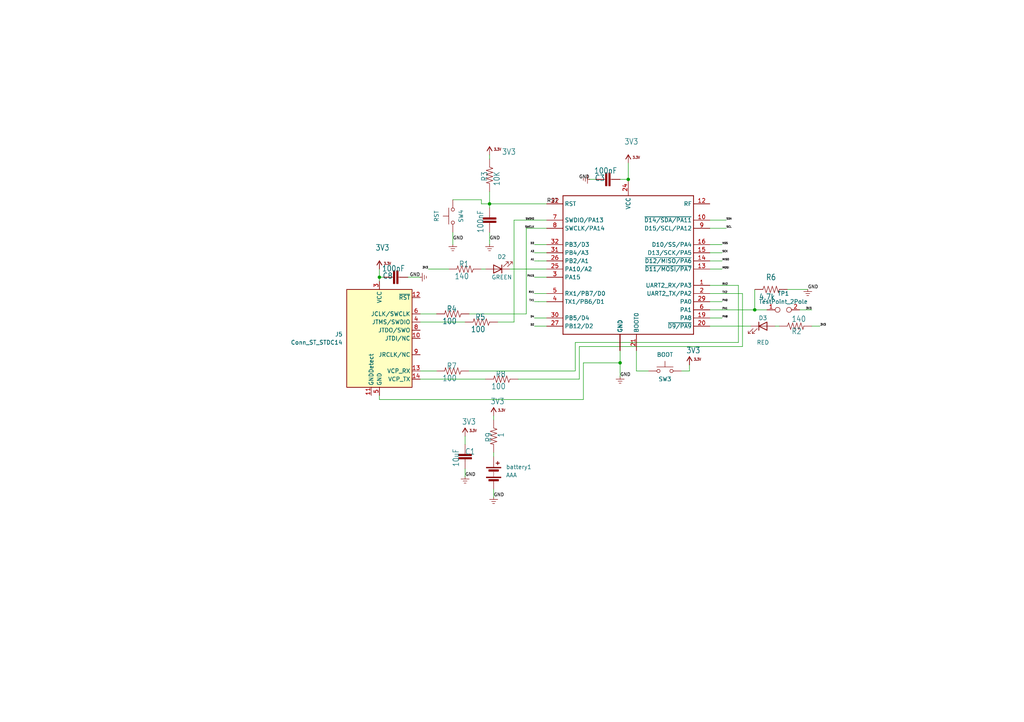
<source format=kicad_sch>
(kicad_sch (version 20230121) (generator eeschema)
  (paper "User" 318.77 224.942)
  (lib_symbols
    (symbol "Connector:Conn_ST_STDC14"
      (property "Reference" "J" (at -8.89 16.51 0))
      (property "Value" "Conn_ST_STDC14" (at 17.78 16.51 0))
      (symbol "Conn_ST_STDC14_0_1"
        (rectangle (start -10.16 15.24) (end 10.16 -15.24) (stroke (width 0.254)) (fill (type background)))
      )
      (symbol "Conn_ST_STDC14_1_1"
        (pin no_connect line (at -10.16 5.08 0) (length 2.54) hide (name "NC") (number "1"))
        (pin output line (at 12.7 0 180) (length 2.54) (name "JTDI/NC") (number "10"))
        (pin passive line (at -2.54 -17.78 90) (length 2.54) (name "GNDDetect") (number "11"))
        (pin open_collector line (at 12.7 12.7 180) (length 2.54) (name "~{RST}") (number "12"))
        (pin output line (at 12.7 -10.16 180) (length 2.54) (name "VCP_RX") (number "13"))
        (pin input line (at 12.7 -12.7 180) (length 2.54) (name "VCP_TX") (number "14"))
        (pin no_connect line (at -10.16 2.54 0) (length 2.54) hide (name "NC") (number "2"))
        (pin power_in line (at 0 17.78 270) (length 2.54) (name "VCC") (number "3"))
        (pin bidirectional line (at 12.7 5.08 180) (length 2.54) (name "JTMS/SWDIO") (number "4"))
        (pin power_in line (at 0 -17.78 90) (length 2.54) (name "GND") (number "5"))
        (pin output line (at 12.7 7.62 180) (length 2.54) (name "JCLK/SWCLK") (number "6"))
        (pin passive line (at 0 -17.78 90) (length 2.54) hide (name "GND") (number "7"))
        (pin input line (at 12.7 2.54 180) (length 2.54) (name "JTDO/SWO") (number "8"))
        (pin input line (at 12.7 -5.08 180) (length 2.54) (name "JRCLK/NC") (number "9"))
      )
    )
    (symbol "Connector:TestPoint_2Pole" (pin_names (offset 0.762) hide)
      (property "Reference" "TP" (at 0 1.524 0))
      (property "Value" "TestPoint_2Pole" (at 0 -1.778 0))
      (symbol "TestPoint_2Pole_0_1"
        (circle (center -1.778 0) (radius 0.762))
        (circle (center 1.778 0) (radius 0.762))
        (pin passive line (at -5.08 0 0) (length 2.54) (name "1") (number "1"))
        (pin passive line (at 5.08 0 180) (length 2.54) (name "2") (number "2"))
      )
    )
    (symbol "Device:Battery" (pin_numbers hide) (pin_names (offset 0) hide)
      (property "Reference" "BT" (at 2.54 2.54 0))
      (property "Value" "Battery" (at 2.54 0 0))
      (symbol "Battery_0_1"
        (rectangle (start -2.286 -1.27) (end 2.286 -1.524) (fill (type outline)))
        (rectangle (start -2.286 1.778) (end 2.286 1.524) (fill (type outline)))
        (rectangle (start -1.524 -2.032) (end 1.524 -2.54) (fill (type outline)))
        (rectangle (start -1.524 1.016) (end 1.524 0.508) (fill (type outline)))
        (polyline (pts (xy 0 -1.016) (xy 0 -0.762)))
        (polyline (pts (xy 0 -0.508) (xy 0 -0.254)))
        (polyline (pts (xy 0 0) (xy 0 0.254)))
        (polyline (pts (xy 0 1.778) (xy 0 2.54)))
        (polyline (pts (xy 0.762 3.048) (xy 1.778 3.048)) (stroke (width 0.254)))
        (polyline (pts (xy 1.27 3.556) (xy 1.27 2.54)) (stroke (width 0.254)))
      )
      (symbol "Battery_1_1"
        (pin passive line (at 0 5.08 270) (length 2.54) (name "+") (number "1"))
        (pin passive line (at 0 -5.08 90) (length 2.54) (name "-") (number "2"))
      )
    )
    (symbol "Device:LED" (pin_numbers hide) (pin_names (offset 1.016) hide)
      (property "Reference" "D" (at 0 2.54 0))
      (property "Value" "LED" (at 0 -2.54 0))
      (symbol "LED_0_1"
        (polyline (pts (xy -1.27 -1.27) (xy -1.27 1.27)) (stroke (width 0.254)))
        (polyline (pts (xy -1.27 0) (xy 1.27 0)))
        (polyline (pts (xy 1.27 -1.27) (xy 1.27 1.27) (xy -1.27 0) (xy 1.27 -1.27)) (stroke (width 0.254)))
        (polyline (pts (xy -3.048 -0.762) (xy -4.572 -2.286) (xy -3.81 -2.286) (xy -4.572 -2.286) (xy -4.572 -1.524)))
        (polyline (pts (xy -1.778 -0.762) (xy -3.302 -2.286) (xy -2.54 -2.286) (xy -3.302 -2.286) (xy -3.302 -1.524)))
      )
      (symbol "LED_1_1"
        (pin passive line (at -3.81 0 0) (length 2.54) (name "K") (number "1"))
        (pin passive line (at 3.81 0 180) (length 2.54) (name "A") (number "2"))
      )
    )
    (symbol "PCB-eagle-import:3V3" (power)
      (property "Value" "3V3" (at -1.016 3.556 0))
      (symbol "3V3_1_0"
        (polyline (pts (xy 0 2.54) (xy -0.762 1.27)) (stroke (width 0.254)))
        (polyline (pts (xy 0.762 1.27) (xy 0 2.54)) (stroke (width 0.254)))
        (text "3.3V" (at 1.27 1.27 0) (effects (font (size 0.8128 0.6908)) (justify left bottom)))
        (pin power_in line (at 0 0 90) (length 2.54) (name "3V3") (number "1"))
      )
    )
    (symbol "PCB-eagle-import:CAP0805-CAP"
      (property "Reference" "C" (at 1.524 2.921 0))
      (symbol "CAP0805-CAP_1_0"
        (rectangle (start -2.032 0.508) (end 2.032 1.016) (fill (type outline)))
        (rectangle (start -2.032 1.524) (end 2.032 2.032) (fill (type outline)))
        (polyline (pts (xy 0 0) (xy 0 0.508)) (stroke (width 0.1524)))
        (polyline (pts (xy 0 2.54) (xy 0 2.032)) (stroke (width 0.1524)))
        (pin passive line (at 0 5.08 270) (length 2.54) (name "1") (number "1"))
        (pin passive line (at 0 -2.54 90) (length 2.54) (name "2") (number "2"))
      )
    )
    (symbol "PCB-eagle-import:GND_POWER" (power)
      (symbol "GND_POWER_1_0"
        (polyline (pts (xy -1.27 -0.635) (xy 0 -0.635)) (stroke (width 0.1524)))
        (polyline (pts (xy -0.635 -1.27) (xy 0.635 -1.27)) (stroke (width 0.1524)))
        (polyline (pts (xy -0.3175 -1.905) (xy 0.3175 -1.905)) (stroke (width 0.1524)))
        (polyline (pts (xy 0 -0.635) (xy 1.27 -0.635)) (stroke (width 0.1524)))
        (polyline (pts (xy 0 0) (xy 0 -0.635)) (stroke (width 0.1524)))
        (pin power_in line (at 0 0 270) (length 0) (name "GND") (number "1"))
      )
    )
    (symbol "PCB-eagle-import:RAK3172HF"
      (symbol "RAK3172HF_1_0"
        (polyline (pts (xy 0 -2.54) (xy 0 40.64)) (stroke (width 0.254)))
        (polyline (pts (xy 0 40.64) (xy 40.64 40.64)) (stroke (width 0.254)))
        (polyline (pts (xy 40.64 -2.54) (xy 0 -2.54)) (stroke (width 0.254)))
        (polyline (pts (xy 40.64 40.64) (xy 40.64 -2.54)) (stroke (width 0.254)))
        (pin bidirectional line (at 45.72 12.7 180) (length 5.08) (name "UART2_RX/PA3") (number "1"))
        (pin bidirectional line (at 45.72 33.02 180) (length 5.08) (name "~{D14/SDA/PA11}") (number "10"))
        (pin power_in line (at 17.78 -7.62 90) (length 5.08) (name "GND") (number "11"))
        (pin output line (at 45.72 38.1 180) (length 5.08) (name "RF") (number "12"))
        (pin bidirectional line (at 45.72 17.78 180) (length 5.08) (name "~{D11/MOSI/PA7}") (number "13"))
        (pin bidirectional line (at 45.72 20.32 180) (length 5.08) (name "~{D12/MISO/PA6}") (number "14"))
        (pin bidirectional line (at 45.72 22.86 180) (length 5.08) (name "D13/SCK/PA5") (number "15"))
        (pin bidirectional line (at 45.72 25.4 180) (length 5.08) (name "D10/SS/PA4") (number "16"))
        (pin power_in line (at 17.78 -7.62 90) (length 5.08) (name "GND") (number "17"))
        (pin power_in line (at 17.78 -7.62 90) (length 5.08) (name "GND") (number "18"))
        (pin bidirectional line (at 45.72 2.54 180) (length 5.08) (name "PA8") (number "19"))
        (pin bidirectional line (at 45.72 10.16 180) (length 5.08) (name "UART2_TX/PA2") (number "2"))
        (pin bidirectional line (at 45.72 0 180) (length 5.08) (name "~{D9/PA9}") (number "20"))
        (pin input line (at 22.86 -7.62 90) (length 5.08) (name "BOOT0") (number "21"))
        (pin input line (at -5.08 38.1 0) (length 5.08) (name "RST") (number "22"))
        (pin power_in line (at 17.78 -7.62 90) (length 5.08) (name "GND") (number "23"))
        (pin power_in line (at 20.32 45.72 270) (length 5.08) (name "VCC") (number "24"))
        (pin bidirectional line (at -5.08 17.78 0) (length 5.08) (name "PA10/A2~{}") (number "25"))
        (pin bidirectional line (at -5.08 20.32 0) (length 5.08) (name "PB2/A1") (number "26"))
        (pin bidirectional line (at -5.08 0 0) (length 5.08) (name "PB12/D2") (number "27"))
        (pin power_in line (at 17.78 -7.62 90) (length 5.08) (name "GND") (number "28"))
        (pin bidirectional line (at 45.72 7.62 180) (length 5.08) (name "PA0") (number "29"))
        (pin bidirectional line (at -5.08 15.24 0) (length 5.08) (name "PA15") (number "3"))
        (pin bidirectional line (at -5.08 2.54 0) (length 5.08) (name "PB5/D4") (number "30"))
        (pin bidirectional line (at -5.08 22.86 0) (length 5.08) (name "PB4/A3") (number "31"))
        (pin bidirectional line (at -5.08 25.4 0) (length 5.08) (name "PB3/D3") (number "32"))
        (pin bidirectional line (at -5.08 7.62 0) (length 5.08) (name "TX1/PB6/D1~{}") (number "4"))
        (pin bidirectional line (at -5.08 10.16 0) (length 5.08) (name "RX1/PB7/D0~{}") (number "5"))
        (pin bidirectional line (at 45.72 5.08 180) (length 5.08) (name "PA1") (number "6"))
        (pin bidirectional line (at -5.08 33.02 0) (length 5.08) (name "SWDIO/PA13") (number "7"))
        (pin bidirectional line (at -5.08 30.48 0) (length 5.08) (name "SWCLK/PA14") (number "8"))
        (pin bidirectional line (at 45.72 30.48 180) (length 5.08) (name "D15/SCL/PA12") (number "9"))
      )
    )
    (symbol "PCB-eagle-import:RESISTOR'1206-RES''"
      (property "Reference" "R" (at -3.81 1.4986 0))
      (symbol "RESISTOR'1206-RES''_1_0"
        (polyline (pts (xy -2.54 0) (xy -2.159 1.016)) (stroke (width 0.1524)))
        (polyline (pts (xy -2.159 1.016) (xy -1.524 -1.016)) (stroke (width 0.1524)))
        (polyline (pts (xy -1.524 -1.016) (xy -0.889 1.016)) (stroke (width 0.1524)))
        (polyline (pts (xy -0.889 1.016) (xy -0.254 -1.016)) (stroke (width 0.1524)))
        (polyline (pts (xy -0.254 -1.016) (xy 0.381 1.016)) (stroke (width 0.1524)))
        (polyline (pts (xy 0.381 1.016) (xy 1.016 -1.016)) (stroke (width 0.1524)))
        (polyline (pts (xy 1.016 -1.016) (xy 1.651 1.016)) (stroke (width 0.1524)))
        (polyline (pts (xy 1.651 1.016) (xy 2.286 -1.016)) (stroke (width 0.1524)))
        (polyline (pts (xy 2.286 -1.016) (xy 2.54 0)) (stroke (width 0.1524)))
        (pin passive line (at -5.08 0 0) (length 2.54) (name "1") (number "1"))
        (pin passive line (at 5.08 0 180) (length 2.54) (name "2") (number "2"))
      )
    )
    (symbol "PCB-eagle-import:RESISTOR0805-RES"
      (property "Reference" "R" (at -3.81 1.4986 0))
      (symbol "RESISTOR0805-RES_1_0"
        (polyline (pts (xy -2.54 0) (xy -2.159 1.016)) (stroke (width 0.1524)))
        (polyline (pts (xy -2.159 1.016) (xy -1.524 -1.016)) (stroke (width 0.1524)))
        (polyline (pts (xy -1.524 -1.016) (xy -0.889 1.016)) (stroke (width 0.1524)))
        (polyline (pts (xy -0.889 1.016) (xy -0.254 -1.016)) (stroke (width 0.1524)))
        (polyline (pts (xy -0.254 -1.016) (xy 0.381 1.016)) (stroke (width 0.1524)))
        (polyline (pts (xy 0.381 1.016) (xy 1.016 -1.016)) (stroke (width 0.1524)))
        (polyline (pts (xy 1.016 -1.016) (xy 1.651 1.016)) (stroke (width 0.1524)))
        (polyline (pts (xy 1.651 1.016) (xy 2.286 -1.016)) (stroke (width 0.1524)))
        (polyline (pts (xy 2.286 -1.016) (xy 2.54 0)) (stroke (width 0.1524)))
        (pin passive line (at -5.08 0 0) (length 2.54) (name "1") (number "1"))
        (pin passive line (at 5.08 0 180) (length 2.54) (name "2") (number "2"))
      )
    )
    (symbol "Switch:SW_Push" (pin_numbers hide) (pin_names (offset 1.016) hide)
      (property "Reference" "SW" (at 1.27 2.54 0))
      (property "Value" "SW_Push" (at 0 -1.524 0))
      (symbol "SW_Push_0_1"
        (circle (center -2.032 0) (radius 0.508))
        (polyline (pts (xy 0 1.27) (xy 0 3.048)))
        (polyline (pts (xy 2.54 1.27) (xy -2.54 1.27)))
        (circle (center 2.032 0) (radius 0.508))
        (pin passive line (at -5.08 0 0) (length 2.54) (name "1") (number "1"))
        (pin passive line (at 5.08 0 180) (length 2.54) (name "2") (number "2"))
      )
    )
  )
  (junction (at 118.11 86.36))
  (junction (at 152.4 63.5))
  (junction (at 195.58 55.88))
  (junction (at 193.04 113.03))
  (junction (at 234.95 96.52))
  (wire (pts (xy 130.81 97.79) (xy 135.89 97.79)))
  (wire (pts (xy 166.37 86.36) (xy 170.18 86.36)) (stroke (width 0.1524)))
  (wire (pts (xy 224.79 93.98) (xy 220.98 93.98)) (stroke (width 0.1524)))
  (wire (pts (xy 149.86 83.82) (xy 151.13 83.82)))
  (wire (pts (xy 163.83 71.12) (xy 170.18 71.12)))
  (wire (pts (xy 166.37 99.06) (xy 170.18 99.06)))
  (wire (pts (xy 166.37 76.2) (xy 170.18 76.2)))
  (wire (pts (xy 166.37 93.98) (xy 167.64 93.98)))
  (wire (pts (xy 224.79 78.74) (xy 220.98 78.74)) (stroke (width 0.1524)))
  (wire (pts (xy 153.67 140.97) (xy 153.67 142.24)))
  (wire (pts (xy 160.02 68.58) (xy 170.18 68.58)))
  (wire (pts (xy 167.64 93.98) (xy 170.18 93.98)) (stroke (width 0.1524)))
  (wire (pts (xy 149.86 63.5) (xy 152.4 63.5)))
  (wire (pts (xy 153.67 152.4) (xy 153.67 153.67)))
  (wire (pts (xy 181.61 124.46) (xy 181.61 113.03)))
  (wire (pts (xy 252.73 101.6) (xy 255.27 101.6)) (stroke (width 0.1524)))
  (wire (pts (xy 224.79 96.52) (xy 220.98 96.52)) (stroke (width 0.1524)))
  (wire (pts (xy 234.95 96.52) (xy 234.95 90.17)))
  (wire (pts (xy 166.37 81.28) (xy 167.64 81.28)))
  (wire (pts (xy 229.87 106.68) (xy 229.87 88.9)))
  (wire (pts (xy 130.81 118.11) (xy 151.13 118.11)))
  (wire (pts (xy 163.83 97.79) (xy 163.83 71.12)))
  (wire (pts (xy 127 86.36) (xy 130.81 86.36)))
  (wire (pts (xy 144.78 148.59) (xy 144.78 146.05)) (stroke (width 0.1524)))
  (wire (pts (xy 214.63 115.57) (xy 214.63 113.665)) (stroke (width 0.1524)))
  (wire (pts (xy 146.05 115.57) (xy 179.07 115.57)))
  (wire (pts (xy 224.79 99.06) (xy 220.98 99.06)) (stroke (width 0.1524)))
  (wire (pts (xy 248.92 96.52) (xy 252.73 96.52)))
  (wire (pts (xy 179.07 106.68) (xy 229.87 106.68)))
  (wire (pts (xy 180.34 107.95) (xy 231.14 107.95)))
  (wire (pts (xy 118.11 124.46) (xy 118.11 123.19)))
  (wire (pts (xy 166.37 101.6) (xy 170.18 101.6)))
  (wire (pts (xy 133.35 83.82) (xy 139.7 83.82)) (stroke (width 0.1524)))
  (wire (pts (xy 153.67 153.67) (xy 153.67 154.94)) (stroke (width 0.1524)))
  (wire (pts (xy 212.09 115.57) (xy 214.63 115.57)) (stroke (width 0.1524)))
  (wire (pts (xy 245.11 90.17) (xy 251.46 90.17)))
  (wire (pts (xy 179.07 115.57) (xy 179.07 106.68)))
  (wire (pts (xy 170.18 81.28) (xy 167.64 81.28)) (stroke (width 0.1524)))
  (wire (pts (xy 160.02 100.33) (xy 160.02 68.58)))
  (wire (pts (xy 220.98 101.6) (xy 233.68 101.6)))
  (wire (pts (xy 154.94 100.33) (xy 160.02 100.33)))
  (wire (pts (xy 118.11 86.36) (xy 119.38 86.36)))
  (wire (pts (xy 158.75 83.82) (xy 170.18 83.82)))
  (wire (pts (xy 118.11 87.63) (xy 118.11 86.36)))
  (wire (pts (xy 220.98 68.58) (xy 226.06 68.58)) (stroke (width 0.1524)))
  (wire (pts (xy 193.04 55.88) (xy 195.58 55.88)) (stroke (width 0.1524)))
  (wire (pts (xy 198.12 109.22) (xy 198.12 115.57)) (stroke (width 0.1524)))
  (wire (pts (xy 241.3 101.6) (xy 242.57 101.6)))
  (wire (pts (xy 166.37 78.74) (xy 170.18 78.74)))
  (wire (pts (xy 198.12 115.57) (xy 201.93 115.57)) (stroke (width 0.1524)))
  (wire (pts (xy 140.97 72.39) (xy 140.97 76.2)) (stroke (width 0.1524)))
  (wire (pts (xy 220.98 71.12) (xy 226.06 71.12)) (stroke (width 0.1524)))
  (wire (pts (xy 195.58 50.8) (xy 195.58 55.88)) (stroke (width 0.1524)))
  (wire (pts (xy 161.29 118.11) (xy 180.34 118.11)))
  (wire (pts (xy 166.37 91.44) (xy 170.18 91.44)) (stroke (width 0.1524)))
  (wire (pts (xy 152.4 74.93) (xy 152.4 76.2)))
  (wire (pts (xy 130.81 100.33) (xy 144.78 100.33)))
  (wire (pts (xy 152.4 48.26) (xy 152.4 49.53)))
  (wire (pts (xy 140.97 62.23) (xy 149.86 62.23)))
  (wire (pts (xy 149.86 62.23) (xy 149.86 63.5)))
  (wire (pts (xy 234.95 96.52) (xy 238.76 96.52)))
  (wire (pts (xy 224.79 83.82) (xy 220.98 83.82)) (stroke (width 0.1524)))
  (wire (pts (xy 130.81 115.57) (xy 135.89 115.57)))
  (wire (pts (xy 181.61 113.03) (xy 193.04 113.03)))
  (wire (pts (xy 152.4 59.69) (xy 152.4 63.5)))
  (wire (pts (xy 224.79 81.28) (xy 220.98 81.28)) (stroke (width 0.1524)))
  (wire (pts (xy 183.515 55.88) (xy 185.42 55.88)) (stroke (width 0.1524)))
  (wire (pts (xy 153.67 129.54) (xy 153.67 130.81)))
  (wire (pts (xy 118.11 83.82) (xy 118.11 86.36)))
  (wire (pts (xy 193.04 109.22) (xy 193.04 113.03)) (stroke (width 0.1524)))
  (wire (pts (xy 152.4 74.93) (xy 152.4 72.39)) (stroke (width 0.1524)))
  (wire (pts (xy 152.4 63.5) (xy 170.18 63.5)))
  (wire (pts (xy 224.79 76.2) (xy 220.98 76.2)) (stroke (width 0.1524)))
  (wire (pts (xy 144.78 138.43) (xy 144.78 135.89)) (stroke (width 0.1524)))
  (wire (pts (xy 118.11 124.46) (xy 181.61 124.46)))
  (wire (pts (xy 224.79 96.52) (xy 234.95 96.52)))
  (wire (pts (xy 231.14 107.95) (xy 231.14 91.44)))
  (wire (pts (xy 229.87 88.9) (xy 224.79 88.9)))
  (wire (pts (xy 220.98 88.9) (xy 224.79 88.9)) (stroke (width 0.1524)))
  (wire (pts (xy 146.05 97.79) (xy 163.83 97.79)))
  (wire (pts (xy 220.98 91.44) (xy 224.79 91.44)) (stroke (width 0.1524)))
  (wire (pts (xy 180.34 118.11) (xy 180.34 107.95)))
  (wire (pts (xy 152.4 63.5) (xy 152.4 64.77)) (stroke (width 0.1524)))
  (wire (pts (xy 224.79 91.44) (xy 231.14 91.44)))
  (wire (pts (xy 193.04 117.475) (xy 193.04 113.03)) (stroke (width 0.1524)))
  (label "SWCLK" (at 166.37 71.12 180) (effects (font (size 0.569 0.569))))
  (label "GND" (at 140.97 74.93 0) (effects (font (size 1.016 1.016))))
  (label "SCL" (at 226.06 71.12 0) (effects (font (size 0.569 0.569))))
  (label "SDA" (at 226.06 68.58 0) (effects (font (size 0.569 0.569))))
  (label "PA1" (at 224.79 96.52 0) (effects (font (size 0.569 0.569))))
  (label "3V3" (at 255.27 101.6 0) (effects (font (size 0.6223 0.6223))))
  (label "D2" (at 166.37 101.6 180) (effects (font (size 0.569 0.569))))
  (label "GND" (at 193.04 117.475 0) (effects (font (size 1.016 1.016))))
  (label "3V3" (at 133.35 83.82 180) (effects (font (size 0.6223 0.6223))))
  (label "RST" (at 170.18 63.5 0) (effects (font (size 1.2446 1.2446))))
  (label "D4" (at 166.37 99.06 180) (effects (font (size 0.569 0.569))))
  (label "SWDIO" (at 166.37 68.58 180) (effects (font (size 0.569 0.569))))
  (label "PA0" (at 224.79 93.98 0) (effects (font (size 0.569 0.569))))
  (label "RX2" (at 224.79 88.9 0) (effects (font (size 0.569 0.569))))
  (label "GND" (at 152.4 74.93 0) (effects (font (size 1.016 1.016))))
  (label "3V3" (at 252.73 96.52 180) (effects (font (size 0.6223 0.6223))))
  (label "NSS" (at 224.79 76.2 0) (effects (font (size 0.569 0.569))))
  (label "GND" (at 144.78 148.59 0) (effects (font (size 1.016 1.016))))
  (label "PA8" (at 224.79 99.06 0) (effects (font (size 0.569 0.569))))
  (label "GND" (at 153.67 154.94 0) (effects (font (size 1.016 1.016))))
  (label "A1" (at 166.37 81.28 180) (effects (font (size 0.569 0.569))))
  (label "MOSI" (at 224.79 83.82 0) (effects (font (size 0.569 0.569))))
  (label "PA15" (at 166.37 86.36 180) (effects (font (size 0.569 0.569))))
  (label "GND" (at 251.46 90.17 0) (effects (font (size 1.016 1.016))))
  (label "A3" (at 166.37 78.74 180) (effects (font (size 0.569 0.569))))
  (label "TX1" (at 166.37 93.98 180) (effects (font (size 0.569 0.569))))
  (label "D3" (at 166.37 76.2 180) (effects (font (size 0.569 0.569))))
  (label "RX1" (at 166.37 91.44 180) (effects (font (size 0.569 0.569))))
  (label "TX2" (at 224.79 91.44 0) (effects (font (size 0.569 0.569))))
  (label "GND" (at 183.515 55.88 180) (effects (font (size 1.016 1.016))))
  (label "GND" (at 130.81 86.36 180) (effects (font (size 1.016 1.016))))
  (label "MISO" (at 224.79 81.28 0) (effects (font (size 0.569 0.569))))
  (label "SCK" (at 224.79 78.74 0) (effects (font (size 0.569 0.569))))
  (symbol (lib_id "Device:Battery") (at 153.67 147.32 0) (unit 1)
    (property "Reference" "battery1" (at 157.48 145.4785 0) (effects (justify left)))
    (property "Value" "AAA" (at 157.48 148.0185 0) (effects (justify left)))
    (property "Footprint" "Connector_PinHeader_2.54mm:PinHeader_1x02_P2.54mm_Vertical" (effects hide))
  )
  (symbol (lib_id "Connector:TestPoint_2Pole") (at 243.84 96.52 0) (unit 1)
    (property "Reference" "TP1" (at 243.84 91.44 0))
    (property "Value" "TestPoint_2Pole" (at 243.84 93.98 0))
    (property "Footprint" "TestPoint:TestPoint_2Pads_Pitch2.54mm_Drill0.8mm" (effects hide))
  )
  (symbol (lib_id "Switch:SW_Push") (at 140.97 67.31 90) (unit 1)
    (property "Reference" "SW4" (at 143.51 67.31 0))
    (property "Value" "RST" (at 135.89 67.31 0))
    (property "Footprint" "Button_Switch_SMD:SW_SPST_B3U-1000P" (effects hide))
  )
  (symbol (lib_id "PCB-eagle-import:RESISTOR'1206-RES''") (at 240.03 90.17 0) (unit 1)
    (property "Reference" "R6" (at 240.03 86.36 0) (effects (font (size 1.778 1.5113))))
    (property "Value" "4.7k" (at 236.22 93.472 0) (effects (font (size 1.778 1.5113)) (justify left bottom)))
    (property "Footprint" "Resistor_SMD:R_0603_1608Metric_Pad0.98x0.95mm_HandSolder" (effects hide))
  )
  (symbol (lib_id "PCB-eagle-import:RESISTOR0805-RES") (at 144.78 83.82 180) (unit 1)
    (property "Reference" "R1" (at 146.05 81.28 0) (effects (font (size 1.778 1.5113)) (justify left bottom)))
    (property "Value" "140" (at 146.05 85.09 0) (effects (font (size 1.778 1.5113)) (justify left bottom)))
    (property "Footprint" "Resistor_SMD:R_0603_1608Metric_Pad0.98x0.95mm_HandSolder" (effects hide))
  )
  (symbol (lib_id "PCB-eagle-import:GND_POWER") (at 153.67 154.94 0) (unit 1)
    (property "Reference" "#G09" (effects hide))
    (property "Value" "GND_POWER" (effects hide))
  )
  (symbol (lib_id "PCB-eagle-import:GND_POWER") (at 251.46 90.17 0) (unit 1)
    (property "Reference" "#G01" (effects hide))
    (property "Value" "GND_POWER" (effects hide))
  )
  (symbol (lib_id "PCB-eagle-import:RESISTOR0805-RES") (at 156.21 118.11 180) (unit 1)
    (property "Reference" "R8" (at 157.48 115.57 0) (effects (font (size 1.778 1.5113)) (justify left bottom)))
    (property "Value" "100" (at 157.48 119.38 0) (effects (font (size 1.778 1.5113)) (justify left bottom)))
    (property "Footprint" "Resistor_SMD:R_0603_1608Metric_Pad0.98x0.95mm_HandSolder" (effects hide))
  )
  (symbol (lib_id "PCB-eagle-import:CAP0805-CAP") (at 152.4 67.31 180) (unit 1)
    (property "Reference" "C2" (effects hide))
    (property "Value" "100nF" (at 148.59 65.405 90) (effects (font (size 1.778 1.5113)) (justify left bottom)))
    (property "Footprint" "Capacitor_SMD:C_0603_1608Metric_Pad1.08x0.95mm_HandSolder" (effects hide))
  )
  (symbol (lib_id "PCB-eagle-import:GND_POWER") (at 140.97 76.2 0) (unit 1)
    (property "Reference" "#G012" (effects hide))
    (property "Value" "GND_POWER" (effects hide))
  )
  (symbol (lib_id "PCB-eagle-import:GND_POWER") (at 183.515 55.88 270) (unit 1)
    (property "Reference" "#G013" (effects hide))
    (property "Value" "GND_POWER" (effects hide))
  )
  (symbol (lib_id "PCB-eagle-import:GND_POWER") (at 144.78 148.59 0) (unit 1)
    (property "Reference" "#G051" (effects hide))
    (property "Value" "GND_POWER" (effects hide))
  )
  (symbol (lib_id "PCB-eagle-import:GND_POWER") (at 193.04 117.475 0) (unit 1)
    (property "Reference" "#G03" (effects hide))
    (property "Value" "GND_POWER" (effects hide))
  )
  (symbol (lib_id "PCB-eagle-import:3V3") (at 214.63 113.665 0) (unit 1)
    (property "Reference" "#U$09" (effects hide))
    (property "Value" "3V3" (at 213.614 110.109 0) (effects (font (size 1.778 1.5113)) (justify left bottom)))
  )
  (symbol (lib_id "Connector:Conn_ST_STDC14") (at 118.11 105.41 0) (unit 1)
    (property "Reference" "J5" (at 106.68 104.14 0) (effects (justify right)))
    (property "Value" "Conn_ST_STDC14" (at 106.68 106.68 0) (effects (justify right)))
    (property "Footprint" "Connector_PinHeader_1.27mm:PinHeader_2x07_P1.27mm_Vertical_SMD" (effects hide))
    (property "Datasheet" "https://www.st.com/content/ccc/resource/technical/document/user_manual/group1/99/49/91/b6/b2/3a/46/e5/DM00526767/files/DM00526767.pdf/jcr:content/translations/en.DM00526767.pdf" (effects hide))
  )
  (symbol (lib_id "Device:LED") (at 237.49 101.6 0) (unit 1)
    (property "Reference" "D3" (at 237.49 99.06 0))
    (property "Value" "RED" (at 237.49 106.68 0))
    (property "Footprint" "Diode_SMD:D_0603_1608Metric_Pad1.05x0.95mm_HandSolder" (effects hide))
  )
  (symbol (lib_id "PCB-eagle-import:CAP0805-CAP") (at 144.78 140.97 180) (unit 1)
    (property "Reference" "C1" (at 147.955 139.7 0) (effects (font (size 1.778 1.5113)) (justify left bottom)))
    (property "Value" "10uF" (at 140.97 139.7 90) (effects (font (size 1.778 1.5113)) (justify left bottom)))
    (property "Footprint" "Capacitor_SMD:C_0603_1608Metric_Pad1.08x0.95mm_HandSolder" (effects hide))
  )
  (symbol (lib_id "PCB-eagle-import:3V3") (at 118.11 83.82 0) (unit 1)
    (property "Reference" "#U$01" (effects hide))
    (property "Value" "3V3" (at 116.84 78.105 0) (effects (font (size 1.778 1.5113)) (justify left bottom)))
  )
  (symbol (lib_id "Device:LED") (at 154.94 83.82 180) (unit 1)
    (property "Reference" "D2" (at 156.21 80.01 0))
    (property "Value" "GREEN" (at 156.21 86.36 0))
    (property "Footprint" "Diode_SMD:D_0603_1608Metric_Pad1.05x0.95mm_HandSolder" (effects hide))
  )
  (symbol (lib_id "PCB-eagle-import:CAP0805-CAP") (at 190.5 55.88 90) (unit 1)
    (property "Reference" "C3" (at 188.341 54.483 90) (effects (font (size 1.778 1.5113)) (justify left bottom)))
    (property "Value" "100nF" (at 192.151 52.197 90) (effects (font (size 1.778 1.5113)) (justify left bottom)))
    (property "Footprint" "Capacitor_SMD:C_0603_1608Metric_Pad1.08x0.95mm_HandSolder" (effects hide))
  )
  (symbol (lib_id "PCB-eagle-import:RAK3172HF") (at 175.26 101.6 0) (unit 1)
    (property "Reference" "U$3" (effects hide))
    (property "Value" "RAK3172HF" (effects hide))
    (property "Footprint" "Library:3drak" (effects hide))
  )
  (symbol (lib_id "PCB-eagle-import:RESISTOR0805-RES") (at 149.86 100.33 180) (unit 1)
    (property "Reference" "R5" (at 151.13 97.79 0) (effects (font (size 1.778 1.5113)) (justify left bottom)))
    (property "Value" "100" (at 151.13 101.6 0) (effects (font (size 1.778 1.5113)) (justify left bottom)))
    (property "Footprint" "Resistor_SMD:R_0603_1608Metric_Pad0.98x0.95mm_HandSolder" (effects hide))
  )
  (symbol (lib_id "PCB-eagle-import:3V3") (at 144.78 135.89 0) (unit 1)
    (property "Reference" "#U$06" (effects hide))
    (property "Value" "3V3" (at 143.764 132.334 0) (effects (font (size 1.778 1.5113)) (justify left bottom)))
  )
  (symbol (lib_id "PCB-eagle-import:RESISTOR0805-RES") (at 140.97 115.57 180) (unit 1)
    (property "Reference" "R7" (at 142.24 113.03 0) (effects (font (size 1.778 1.5113)) (justify left bottom)))
    (property "Value" "100" (at 142.24 116.84 0) (effects (font (size 1.778 1.5113)) (justify left bottom)))
    (property "Footprint" "Resistor_SMD:R_0603_1608Metric_Pad0.98x0.95mm_HandSolder" (effects hide))
  )
  (symbol (lib_id "PCB-eagle-import:3V3") (at 152.4 48.26 0) (unit 1)
    (property "Reference" "#U$04" (effects hide))
    (property "Value" "3V3" (at 156.21 48.26 0) (effects (font (size 1.778 1.5113)) (justify left bottom)))
  )
  (symbol (lib_id "PCB-eagle-import:RESISTOR0805-RES") (at 152.4 54.61 270) (unit 1)
    (property "Reference" "R3" (at 149.86 53.34 0) (effects (font (size 1.778 1.5113)) (justify left bottom)))
    (property "Value" "10K" (at 153.67 53.34 0) (effects (font (size 1.778 1.5113)) (justify left bottom)))
    (property "Footprint" "Resistor_SMD:R_0603_1608Metric_Pad0.98x0.95mm_HandSolder" (effects hide))
  )
  (symbol (lib_id "Switch:SW_Push") (at 207.01 115.57 0) (unit 1)
    (property "Reference" "SW3" (at 207.01 118.11 0))
    (property "Value" "BOOT" (at 207.01 110.49 0))
    (property "Footprint" "Button_Switch_SMD:SW_SPST_B3U-1000P" (effects hide))
  )
  (symbol (lib_id "PCB-eagle-import:RESISTOR0805-RES") (at 153.67 135.89 270) (unit 1)
    (property "Reference" "R9" (at 151.13 134.62 0) (effects (font (size 1.778 1.5113)) (justify left bottom)))
    (property "Value" "1" (at 154.94 134.62 0) (effects (font (size 1.778 1.5113)) (justify left bottom)))
    (property "Footprint" "Resistor_SMD:R_0603_1608Metric_Pad0.98x0.95mm_HandSolder" (effects hide))
  )
  (symbol (lib_id "PCB-eagle-import:3V3") (at 195.58 50.8 0) (unit 1)
    (property "Reference" "#U$05" (effects hide))
    (property "Value" "3V3" (at 194.31 45.085 0) (effects (font (size 1.778 1.5113)) (justify left bottom)))
  )
  (symbol (lib_id "PCB-eagle-import:GND_POWER") (at 130.81 86.36 90) (unit 1)
    (property "Reference" "#G02" (effects hide))
    (property "Value" "GND_POWER" (effects hide))
  )
  (symbol (lib_id "PCB-eagle-import:GND_POWER") (at 152.4 76.2 0) (unit 1)
    (property "Reference" "#G05" (effects hide))
    (property "Value" "GND_POWER" (effects hide))
  )
  (symbol (lib_id "PCB-eagle-import:RESISTOR0805-RES") (at 140.97 97.79 180) (unit 1)
    (property "Reference" "R4" (at 142.24 95.25 0) (effects (font (size 1.778 1.5113)) (justify left bottom)))
    (property "Value" "100" (at 142.24 99.06 0) (effects (font (size 1.778 1.5113)) (justify left bottom)))
    (property "Footprint" "Resistor_SMD:R_0603_1608Metric_Pad0.98x0.95mm_HandSolder" (effects hide))
  )
  (symbol (lib_id "PCB-eagle-import:3V3") (at 153.67 129.54 0) (unit 1)
    (property "Reference" "#U$07" (effects hide))
    (property "Value" "3V3" (at 152.654 125.984 0) (effects (font (size 1.778 1.5113)) (justify left bottom)))
  )
  (symbol (lib_id "PCB-eagle-import:CAP0805-CAP") (at 124.46 86.36 90) (unit 1)
    (property "Reference" "C8" (at 122.301 84.963 90) (effects (font (size 1.778 1.5113)) (justify left bottom)))
    (property "Value" "100nF" (at 126.111 82.677 90) (effects (font (size 1.778 1.5113)) (justify left bottom)))
    (property "Footprint" "Capacitor_SMD:C_0603_1608Metric_Pad1.08x0.95mm_HandSolder" (effects hide))
  )
  (symbol (lib_id "PCB-eagle-import:RESISTOR0805-RES") (at 247.65 101.6 0) (unit 1)
    (property "Reference" "R2" (at 246.38 104.14 0) (effects (font (size 1.778 1.5113)) (justify left bottom)))
    (property "Value" "140" (at 246.38 100.33 0) (effects (font (size 1.778 1.5113)) (justify left bottom)))
    (property "Footprint" "Resistor_SMD:R_0603_1608Metric_Pad0.98x0.95mm_HandSolder" (effects hide))
  )
)
</source>
